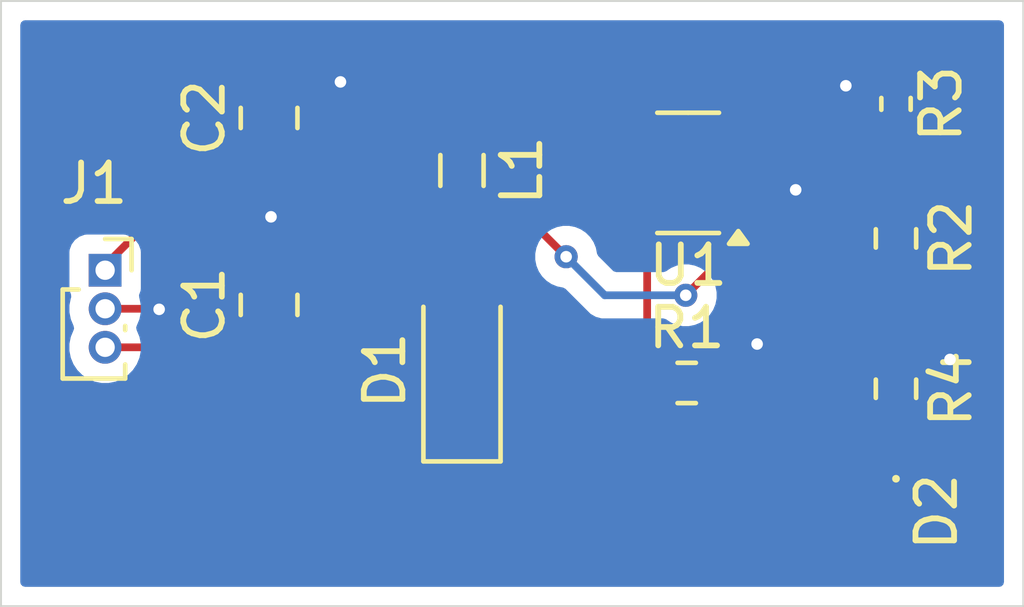
<source format=kicad_pcb>
(kicad_pcb (version 20241229) (generator "pcbnew") (generator_version "9.0")
  (layers (0 "F.Cu" signal) (2 "B.Cu" signal) (13 "F.Paste" user) (15 "B.Paste" user) (5 "F.SilkS" user "F.Silkscreen") (7 "B.SilkS" user "B.Silkscreen") (1 "F.Mask" user) (3 "B.Mask" user) (25 "Edge.Cuts" user))
  (net 0 "")
  (net 1 "+5V")
  (net 2 "GND")
  (net 3 "VCC")
  (net 4 "Net-(D1-A)")
  (net 5 "Net-(D2-K)")
  (net 6 "Net-(U1-OC)")
  (net 7 "Net-(U1-FB)")
  (footprint "Diode_SMD:D_SOD-123" (layer "F.Cu") (at 115.45 93.185 90)
    (property "Reference" "D1" (at 0 -2 90) (layer "F.SilkS"))
    (property "Value" "D_Schottky")
    (fp_line (start -2.36 -1) (end 1.65 -1) (stroke (width 0.12)) (layer "F.SilkS"))
    (fp_line (start -2.36 -1) (end -2.36 1) (stroke (width 0.12)) (layer "F.SilkS"))
    (fp_line (start -2.36 1) (end 1.65 1) (stroke (width 0.12)) (layer "F.SilkS"))
    (pad "1" smd roundrect (at -1.65 0 90) (size 0.9 1.2) (layers "F.Cu" "F.Mask" "F.Paste") (net 1 "+5V"))
    (pad "2" smd roundrect (at 1.65 0 90) (size 0.9 1.2) (layers "F.Cu" "F.Mask" "F.Paste") (net 4 "Net-(D1-A)"))
  )
  (footprint "Resistor_SMD:R_0603_1608Metric" (layer "F.Cu") (at 121.275 93.51)
    (property "Reference" "R1" (at 0 -1.43 0) (layer "F.SilkS"))
    (property "Value" "20k")
    (fp_line (start -0.237258 -0.5225) (end 0.237258 -0.5225) (stroke (width 0.12)) (layer "F.SilkS"))
    (fp_line (start -0.237258 0.5225) (end 0.237258 0.5225) (stroke (width 0.12)) (layer "F.SilkS"))
    (pad "1" smd roundrect (at -0.825 0) (size 0.8 0.95) (layers "F.Cu" "F.Mask" "F.Paste") (net 6 "Net-(U1-OC)"))
    (pad "2" smd roundrect (at 0.825 0) (size 0.8 0.95) (layers "F.Cu" "F.Mask" "F.Paste") (net 2 "GND"))
  )
  (footprint "Package_TO_SOT_SMD:SOT-23-6" (layer "F.Cu") (at 121.3125 88.06 180)
    (property "Reference" "U1" (at 0 -2.4 0) (layer "F.SilkS"))
    (property "Value" "MT3608")
    (fp_line (start 0 1.56) (end 0.8 1.56) (stroke (width 0.12)) (layer "F.SilkS"))
    (fp_line (start 0 1.56) (end -0.8 1.56) (stroke (width 0.12)) (layer "F.SilkS"))
    (fp_line (start 0 -1.56) (end 0.8 -1.56) (stroke (width 0.12)) (layer "F.SilkS"))
    (fp_line (start 0 -1.56) (end -0.8 -1.56) (stroke (width 0.12)) (layer "F.SilkS"))
    (fp_poly (pts (xy -1.3 -1.51) (xy -1.54 -1.84) (xy -1.06 -1.84)) (stroke (width 0.12)) (fill yes) (layer "F.SilkS"))
    (pad "1" smd roundrect (at -1.1375 -0.95 180) (size 1.325 0.6) (layers "F.Cu" "F.Mask" "F.Paste") (net 4 "Net-(D1-A)"))
    (pad "2" smd roundrect (at -1.1375 0 180) (size 1.325 0.6) (layers "F.Cu" "F.Mask" "F.Paste") (net 2 "GND"))
    (pad "3" smd roundrect (at -1.1375 0.95 180) (size 1.325 0.6) (layers "F.Cu" "F.Mask" "F.Paste") (net 7 "Net-(U1-FB)"))
    (pad "4" smd roundrect (at 1.1375 0.95 180) (size 1.325 0.6) (layers "F.Cu" "F.Mask" "F.Paste") (net 3 "VCC"))
    (pad "5" smd roundrect (at 1.1375 0 180) (size 1.325 0.6) (layers "F.Cu" "F.Mask" "F.Paste") (net 3 "VCC"))
    (pad "6" smd roundrect (at 1.1375 -0.95 180) (size 1.325 0.6) (layers "F.Cu" "F.Mask" "F.Paste") (net 6 "Net-(U1-OC)"))
  )
  (footprint "Connector_PinSocket_1.00mm:PinSocket_1x03_P1.00mm_Vertical" (layer "F.Cu") (at 106.2 90.585)
    (property "Reference" "J1" (at -0.29 -2.25 0) (layer "F.SilkS"))
    (property "Value" "Conn_01x03_Pin")
    (fp_line (start -1.1 0.5) (end -1.1 2.81) (stroke (width 0.12)) (layer "F.SilkS"))
    (fp_line (start -1.1 0.5) (end -0.685 0.5) (stroke (width 0.12)) (layer "F.SilkS"))
    (fp_line (start -1.1 2.81) (end 0.52 2.81) (stroke (width 0.12)) (layer "F.SilkS"))
    (fp_line (start 0 -0.81) (end 0.685 -0.81) (stroke (width 0.12)) (layer "F.SilkS"))
    (fp_line (start 0.52 1.445898) (end 0.52 1.554102) (stroke (width 0.12)) (layer "F.SilkS"))
    (fp_line (start 0.52 2.445898) (end 0.52 2.81) (stroke (width 0.12)) (layer "F.SilkS"))
    (fp_line (start 0.685 -0.81) (end 0.685 0) (stroke (width 0.12)) (layer "F.SilkS"))
    (pad "1" thru_hole rect (at 0 0) (size 0.85 0.85) (drill 0.5) (layers "*.Cu" "*.Mask") (net 3 "VCC"))
    (pad "2" thru_hole circle (at 0 1) (size 0.85 0.85) (drill 0.5) (layers "*.Cu" "*.Mask") (net 2 "GND"))
    (pad "3" thru_hole circle (at 0 2) (size 0.85 0.85) (drill 0.5) (layers "*.Cu" "*.Mask") (net 1 "+5V"))
  )
  (footprint "Resistor_SMD:R_0603_1608Metric" (layer "F.Cu") (at 126.7 93.66 -90)
    (property "Reference" "R4" (at 0 -1.43 90) (layer "F.SilkS"))
    (property "Value" "1k")
    (fp_line (start -0.237258 0.5225) (end 0.237258 0.5225) (stroke (width 0.12)) (layer "F.SilkS"))
    (fp_line (start -0.237258 -0.5225) (end 0.237258 -0.5225) (stroke (width 0.12)) (layer "F.SilkS"))
    (pad "1" smd roundrect (at -0.825 0 270) (size 0.8 0.95) (layers "F.Cu" "F.Mask" "F.Paste") (net 2 "GND"))
    (pad "2" smd roundrect (at 0.825 0 270) (size 0.8 0.95) (layers "F.Cu" "F.Mask" "F.Paste") (net 5 "Net-(D2-K)"))
  )
  (footprint "Capacitor_SMD:C_0805_2012Metric" (layer "F.Cu") (at 110.45 91.485 90)
    (property "Reference" "C1" (at 0 -1.68 90) (layer "F.SilkS"))
    (property "Value" "22uF")
    (fp_line (start -0.261252 -0.735) (end 0.261252 -0.735) (stroke (width 0.12)) (layer "F.SilkS"))
    (fp_line (start -0.261252 0.735) (end 0.261252 0.735) (stroke (width 0.12)) (layer "F.SilkS"))
    (pad "1" smd roundrect (at -0.95 0 90) (size 1 1.45) (layers "F.Cu" "F.Mask" "F.Paste") (net 1 "+5V"))
    (pad "2" smd roundrect (at 0.95 0 90) (size 1 1.45) (layers "F.Cu" "F.Mask" "F.Paste") (net 2 "GND"))
  )
  (footprint "Inductor_SMD:L_0805_2012Metric" (layer "F.Cu") (at 115.45 87.9975 -90)
    (property "Reference" "L1" (at 0 -1.55 90) (layer "F.SilkS"))
    (property "Value" "4.7uH")
    (fp_line (start -0.399622 0.56) (end 0.399622 0.56) (stroke (width 0.12)) (layer "F.SilkS"))
    (fp_line (start -0.399622 -0.56) (end 0.399622 -0.56) (stroke (width 0.12)) (layer "F.SilkS"))
    (pad "1" smd roundrect (at -1.0625 0 270) (size 0.875 1.2) (layers "F.Cu" "F.Mask" "F.Paste") (net 3 "VCC"))
    (pad "2" smd roundrect (at 1.0625 0 270) (size 0.875 1.2) (layers "F.Cu" "F.Mask" "F.Paste") (net 4 "Net-(D1-A)"))
  )
  (footprint "LED_SMD:LED_0201_0603Metric" (layer "F.Cu") (at 126.7 96.855 -90)
    (property "Reference" "D2" (at 0 -1.05 90) (layer "F.SilkS"))
    (property "Value" "RED")
    (fp_circle (center -0.86 0) (end -0.81 0) (stroke (width 0.1)) (fill no) (layer "F.SilkS"))
    (pad "1" smd roundrect (at -0.32 0 270) (size 0.46 0.4) (layers "F.Cu" "F.Mask") (net 5 "Net-(D2-K)"))
    (pad "2" smd roundrect (at 0.32 0 270) (size 0.46 0.4) (layers "F.Cu" "F.Mask") (net 1 "+5V"))
  )
  (footprint "Resistor_SMD:R_0603_1608Metric" (layer "F.Cu") (at 126.7 89.76 -90)
    (property "Reference" "R2" (at 0 -1.43 90) (layer "F.SilkS"))
    (property "Value" "110k")
    (fp_line (start -0.237258 0.5225) (end 0.237258 0.5225) (stroke (width 0.12)) (layer "F.SilkS"))
    (fp_line (start -0.237258 -0.5225) (end 0.237258 -0.5225) (stroke (width 0.12)) (layer "F.SilkS"))
    (pad "1" smd roundrect (at -0.825 0 270) (size 0.8 0.95) (layers "F.Cu" "F.Mask" "F.Paste") (net 7 "Net-(U1-FB)"))
    (pad "2" smd roundrect (at 0.825 0 270) (size 0.8 0.95) (layers "F.Cu" "F.Mask" "F.Paste") (net 1 "+5V"))
  )
  (footprint "Resistor_SMD:R_0402_1005Metric" (layer "F.Cu") (at 126.7 86.27 -90)
    (property "Reference" "R3" (at 0 -1.17 90) (layer "F.SilkS"))
    (property "Value" "15k")
    (fp_line (start -0.153641 0.38) (end 0.153641 0.38) (stroke (width 0.12)) (layer "F.SilkS"))
    (fp_line (start -0.153641 -0.38) (end 0.153641 -0.38) (stroke (width 0.12)) (layer "F.SilkS"))
    (pad "1" smd roundrect (at -0.51 0 270) (size 0.54 0.64) (layers "F.Cu" "F.Mask" "F.Paste") (net 2 "GND"))
    (pad "2" smd roundrect (at 0.51 0 270) (size 0.54 0.64) (layers "F.Cu" "F.Mask" "F.Paste") (net 7 "Net-(U1-FB)"))
  )
  (footprint "Capacitor_SMD:C_0805_2012Metric" (layer "F.Cu") (at 110.45 86.635 90)
    (property "Reference" "C2" (at 0 -1.68 90) (layer "F.SilkS"))
    (property "Value" "22uF")
    (fp_line (start -0.261252 -0.735) (end 0.261252 -0.735) (stroke (width 0.12)) (layer "F.SilkS"))
    (fp_line (start -0.261252 0.735) (end 0.261252 0.735) (stroke (width 0.12)) (layer "F.SilkS"))
    (pad "1" smd roundrect (at -0.95 0 90) (size 1 1.45) (layers "F.Cu" "F.Mask" "F.Paste") (net 3 "VCC"))
    (pad "2" smd roundrect (at 0.95 0 90) (size 1 1.45) (layers "F.Cu" "F.Mask" "F.Paste") (net 2 "GND"))
  )
  (gr_rect (start 103.5 83.6) (end 130 99.3) (stroke (width 0.05)) (fill no) (layer "Edge.Cuts"))
  (segment (start 123.2 94.835) (end 123.25 94.835) (width 0.2) (layer "F.Cu") (net 1))
  (segment (start 126.45 90.585) (end 126.7 90.585) (width 0.2) (layer "F.Cu") (net 1))
  (segment (start 126.6 90.585) (end 126.7 90.585) (width 0.2) (layer "F.Cu") (net 1))
  (segment (start 113.05 92.435) (end 115.45 94.835) (width 0.2) (layer "F.Cu") (net 1))
  (segment (start 106.2 92.585) (end 110.3 92.585) (width 0.2) (layer "F.Cu") (net 1))
  (segment (start 125.54 97.175) (end 126.7 97.175) (width 0.2) (layer "F.Cu") (net 1))
  (segment (start 124.75 92.435) (end 126.6 90.585) (width 0.2) (layer "F.Cu") (net 1))
  (segment (start 123.2 94.835) (end 125.54 97.175) (width 0.2) (layer "F.Cu") (net 1))
  (segment (start 110.3 92.585) (end 110.45 92.435) (width 0.2) (layer "F.Cu") (net 1))
  (segment (start 110.45 92.435) (end 113.05 92.435) (width 0.2) (layer "F.Cu") (net 1))
  (segment (start 123.25 94.835) (end 124.75 93.335) (width 0.2) (layer "F.Cu") (net 1))
  (segment (start 124.75 93.335) (end 124.75 92.435) (width 0.2) (layer "F.Cu") (net 1))
  (segment (start 115.45 94.835) (end 123.2 94.835) (width 0.2) (layer "F.Cu") (net 1))
  (segment (start 110.45 85.685) (end 112.285 85.685) (width 0.2) (layer "F.Cu") (net 2))
  (segment (start 126.7 92.835) (end 128.035 92.835) (width 0.2) (layer "F.Cu") (net 2))
  (segment (start 123.66 88.06) (end 124.1 88.5) (width 0.2) (layer "F.Cu") (net 2))
  (segment (start 128.035 92.835) (end 128.1 92.9) (width 0.2) (layer "F.Cu") (net 2))
  (segment (start 110.45 90.535) (end 110.45 89.25) (width 0.2) (layer "F.Cu") (net 2))
  (segment (start 125.44 85.76) (end 125.4 85.8) (width 0.2) (layer "F.Cu") (net 2))
  (segment (start 126.7 85.76) (end 125.44 85.76) (width 0.2) (layer "F.Cu") (net 2))
  (segment (start 110.45 89.25) (end 110.5 89.2) (width 0.2) (layer "F.Cu") (net 2))
  (segment (start 112.285 85.685) (end 112.3 85.7) (width 0.2) (layer "F.Cu") (net 2))
  (segment (start 122.1 93.5) (end 123.1 92.5) (width 0.2) (layer "F.Cu") (net 2))
  (segment (start 122.45 88.06) (end 123.66 88.06) (width 0.2) (layer "F.Cu") (net 2))
  (segment (start 106.2 91.585) (end 107.585 91.585) (width 0.2) (layer "F.Cu") (net 2))
  (segment (start 122.1 93.51) (end 122.1 93.5) (width 0.2) (layer "F.Cu") (net 2))
  (segment (start 107.585 91.585) (end 107.6 91.6) (width 0.2) (layer "F.Cu") (net 2))
  (via (at 110.5 89.2) (size 0.6) (drill 0.3) (layers "F.Cu" "B.Cu") (net 2))
  (via (at 128.1 92.9) (size 0.6) (drill 0.3) (layers "F.Cu" "B.Cu") (net 2))
  (via (at 107.6 91.6) (size 0.6) (drill 0.3) (layers "F.Cu" "B.Cu") (net 2))
  (via (at 125.4 85.8) (size 0.6) (drill 0.3) (layers "F.Cu" "B.Cu") (net 2))
  (via (at 112.3 85.7) (size 0.6) (drill 0.3) (layers "F.Cu" "B.Cu") (net 2))
  (via (at 123.1 92.5) (size 0.6) (drill 0.3) (layers "F.Cu" "B.Cu") (net 2))
  (via (at 124.1 88.5) (size 0.6) (drill 0.3) (layers "F.Cu" "B.Cu") (net 2))
  (segment (start 120.175 87.11) (end 120 86.935) (width 0.2) (layer "F.Cu") (net 3))
  (segment (start 110.45 87.585) (end 110.95 87.585) (width 0.2) (layer "F.Cu") (net 3))
  (segment (start 109.075 87.585) (end 110.45 87.585) (width 0.2) (layer "F.Cu") (net 3))
  (segment (start 106.2 90.46) (end 109.075 87.585) (width 0.2) (layer "F.Cu") (net 3))
  (segment (start 106.2 90.585) (end 106.2 90.46) (width 0.2) (layer "F.Cu") (net 3))
  (segment (start 120 86.935) (end 117.55 86.935) (width 0.2) (layer "F.Cu") (net 3))
  (segment (start 110.95 87.585) (end 111.6 86.935) (width 0.2) (layer "F.Cu") (net 3))
  (segment (start 115.45 86.935) (end 117.55 86.935) (width 0.2) (layer "F.Cu") (net 3))
  (segment (start 111.6 86.935) (end 115.45 86.935) (width 0.2) (layer "F.Cu") (net 3))
  (segment (start 117.55 86.935) (end 118.675 88.06) (width 0.2) (layer "F.Cu") (net 3))
  (segment (start 118.675 88.06) (end 120.175 88.06) (width 0.2) (layer "F.Cu") (net 3))
  (segment (start 121.25 91.235) (end 122.45 90.035) (width 0.2) (layer "F.Cu") (net 4))
  (segment (start 115.45 91.535) (end 115.45 89.06) (width 0.2) (layer "F.Cu") (net 4))
  (segment (start 116.975 89.06) (end 118.15 90.235) (width 0.2) (layer "F.Cu") (net 4))
  (segment (start 122.45 90.035) (end 122.45 89.01) (width 0.2) (layer "F.Cu") (net 4))
  (segment (start 115.45 89.06) (end 116.975 89.06) (width 0.2) (layer "F.Cu") (net 4))
  (via (at 118.15 90.235) (size 0.6) (drill 0.3) (layers "F.Cu" "B.Cu") (net 4))
  (via (at 121.25 91.235) (size 0.6) (drill 0.3) (layers "F.Cu" "B.Cu") (net 4))
  (segment (start 119.15 91.235) (end 121.25 91.235) (width 0.2) (layer "B.Cu") (net 4))
  (segment (start 118.15 90.235) (end 119.15 91.235) (width 0.2) (layer "B.Cu") (net 4))
  (segment (start 126.7 96.535) (end 126.7 94.485) (width 0.2) (layer "F.Cu") (net 5))
  (segment (start 120.25 89.085) (end 120.175 89.01) (width 0.2) (layer "F.Cu") (net 6))
  (segment (start 120.45 93.51) (end 120.25 93.31) (width 0.2) (layer "F.Cu") (net 6))
  (segment (start 120.25 93.31) (end 120.25 89.085) (width 0.2) (layer "F.Cu") (net 6))
  (segment (start 126.7 88.49) (end 125.845 87.635) (width 0.2) (layer "F.Cu") (net 7))
  (segment (start 126.7 88.935) (end 126.7 88.49) (width 0.2) (layer "F.Cu") (net 7))
  (segment (start 124.35 87.635) (end 125.845 87.635) (width 0.2) (layer "F.Cu") (net 7))
  (segment (start 122.45 87.11) (end 123.825 87.11) (width 0.2) (layer "F.Cu") (net 7))
  (segment (start 125.845 87.635) (end 126.7 86.78) (width 0.2) (layer "F.Cu") (net 7))
  (segment (start 123.825 87.11) (end 124.35 87.635) (width 0.2) (layer "F.Cu") (net 7))
  (zone (net 2) (net_name "GND") (layer "B.Cu") (connect_pads (clearance 0.5)) (min_thickness 0.25) (fill yes (thermal_gap 0.5) (thermal_bridge_width 0.5))
    (polygon (pts (xy 103.6 83.8) (xy 129.9 83.8) (xy 129.9 99.1) (xy 103.6 99.1)))
  )
)
</source>
